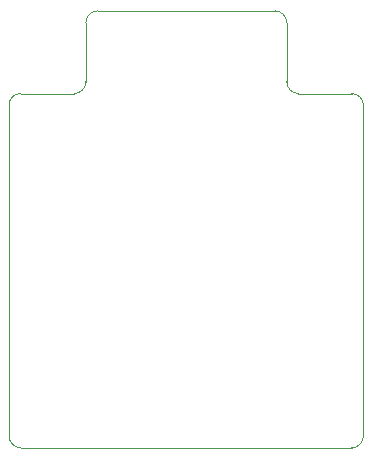
<source format=gbr>
%TF.GenerationSoftware,KiCad,Pcbnew,(6.0.9-0)*%
%TF.CreationDate,2022-12-16T17:36:52+01:00*%
%TF.ProjectId,distortion-pedal,64697374-6f72-4746-996f-6e2d70656461,rev?*%
%TF.SameCoordinates,Original*%
%TF.FileFunction,Profile,NP*%
%FSLAX46Y46*%
G04 Gerber Fmt 4.6, Leading zero omitted, Abs format (unit mm)*
G04 Created by KiCad (PCBNEW (6.0.9-0)) date 2022-12-16 17:36:52*
%MOMM*%
%LPD*%
G01*
G04 APERTURE LIST*
%TA.AperFunction,Profile*%
%ADD10C,0.038100*%
%TD*%
G04 APERTURE END LIST*
D10*
X69000000Y-41000000D02*
X69000000Y-45992893D01*
X45500000Y-76000000D02*
G75*
G03*
X46500000Y-77000000I1000000J0D01*
G01*
X74492893Y-77000000D02*
X46500000Y-77000000D01*
X70000000Y-47000000D02*
X74500000Y-47000000D01*
X68999975Y-45992893D02*
G75*
G03*
X70000000Y-47000000I1007125J-7D01*
G01*
X69000000Y-41000000D02*
G75*
G03*
X68000000Y-40000000I-1000000J0D01*
G01*
X46500000Y-47000000D02*
G75*
G03*
X45500000Y-48000000I-42000J-958000D01*
G01*
X45500000Y-76000000D02*
X45500000Y-48000000D01*
X53000000Y-40000000D02*
X68000000Y-40000000D01*
X46500000Y-47000000D02*
X51000000Y-47000000D01*
X75500000Y-48000000D02*
G75*
G03*
X74500000Y-47000000I-1000000J0D01*
G01*
X75500000Y-76000000D02*
X75500000Y-48000000D01*
X74492893Y-77000025D02*
G75*
G03*
X75500000Y-76000000I7J1007125D01*
G01*
X51000000Y-47000000D02*
G75*
G03*
X52000000Y-46000000I0J1000000D01*
G01*
X52000000Y-46000000D02*
X52000000Y-41000000D01*
X53000000Y-40000000D02*
G75*
G03*
X52000000Y-41000000I0J-1000000D01*
G01*
M02*

</source>
